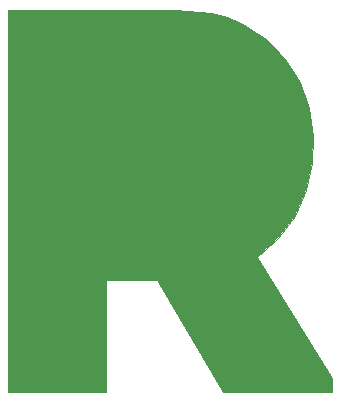
<source format=gto>
G04 #@! TF.FileFunction,Legend,Top*
%FSLAX46Y46*%
G04 Gerber Fmt 4.6, Leading zero omitted, Abs format (unit mm)*
G04 Created by KiCad (PCBNEW 4.0.0-rc2-stable) date 3/3/2016 3:47:18 PM*
%MOMM*%
G01*
G04 APERTURE LIST*
%ADD10C,0.150000*%
%ADD11C,0.025400*%
G04 APERTURE END LIST*
D10*
D11*
G36*
X68529569Y-19026785D02*
X69851350Y-19388085D01*
X71062834Y-19893797D01*
X73156773Y-21230466D01*
X74811203Y-22925997D01*
X76025300Y-24909482D01*
X76800293Y-27113408D01*
X77141700Y-29433246D01*
X77054993Y-31763946D01*
X76540068Y-34037006D01*
X75597153Y-36183062D01*
X74220768Y-38092000D01*
X72404002Y-39655123D01*
X72400909Y-39659104D01*
X72399609Y-39663975D01*
X72400306Y-39668968D01*
X72401477Y-39671419D01*
X78745980Y-49954050D01*
X78745980Y-51140857D01*
X69501938Y-51140857D01*
X63945108Y-41603557D01*
X63941756Y-41599791D01*
X63937203Y-41597626D01*
X63934137Y-41597250D01*
X59625887Y-41596700D01*
X59620945Y-41597700D01*
X59617090Y-41600238D01*
X59615892Y-41601388D01*
X59613021Y-41605532D01*
X59611987Y-41610550D01*
X59611987Y-51140857D01*
X51346875Y-51140857D01*
X51346875Y-18737550D01*
X65554578Y-18737550D01*
X68529569Y-19026785D01*
X68529569Y-19026785D01*
G37*
X68529569Y-19026785D02*
X69851350Y-19388085D01*
X71062834Y-19893797D01*
X73156773Y-21230466D01*
X74811203Y-22925997D01*
X76025300Y-24909482D01*
X76800293Y-27113408D01*
X77141700Y-29433246D01*
X77054993Y-31763946D01*
X76540068Y-34037006D01*
X75597153Y-36183062D01*
X74220768Y-38092000D01*
X72404002Y-39655123D01*
X72400909Y-39659104D01*
X72399609Y-39663975D01*
X72400306Y-39668968D01*
X72401477Y-39671419D01*
X78745980Y-49954050D01*
X78745980Y-51140857D01*
X69501938Y-51140857D01*
X63945108Y-41603557D01*
X63941756Y-41599791D01*
X63937203Y-41597626D01*
X63934137Y-41597250D01*
X59625887Y-41596700D01*
X59620945Y-41597700D01*
X59617090Y-41600238D01*
X59615892Y-41601388D01*
X59613021Y-41605532D01*
X59611987Y-41610550D01*
X59611987Y-51140857D01*
X51346875Y-51140857D01*
X51346875Y-18737550D01*
X65554578Y-18737550D01*
X68529569Y-19026785D01*
M02*

</source>
